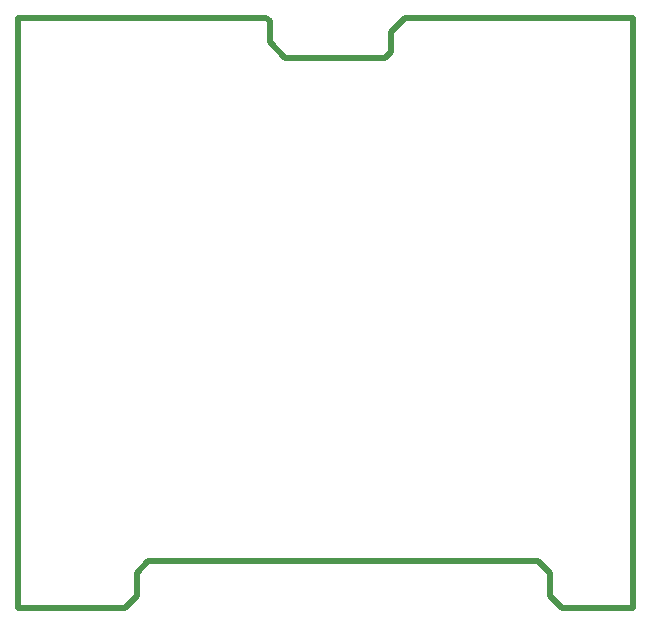
<source format=gbr>
G04 ================== begin FILE IDENTIFICATION RECORD ==================*
G04 Layout Name:  STEVAL-STLCX01V1.brd*
G04 Film Name:    STEVAL-STLCX01V1-15ASB.GBR*
G04 File Format:  Gerber RS274X*
G04 File Origin:  Cadence Allegro 16.5-P002*
G04 Origin Date:  Mon May 16 11:09:18 2016*
G04 *
G04 Layer:  REF DES/ASSEMBLY_BOTTOM*
G04 Layer:  PACKAGE GEOMETRY/ASSEMBLY_BOTTOM*
G04 Layer:  BOARD GEOMETRY/TOOLING_CORNERS*
G04 *
G04 Offset:    (0.0000 0.0000)*
G04 Mirror:    No*
G04 Mode:      Positive*
G04 Rotation:  0*
G04 FullContactRelief:  No*
G04 UndefLineWidth:     0.1000*
G04 ================== end FILE IDENTIFICATION RECORD ====================*
%FSLAX25Y25*MOMM*%
%IR0*IPPOS*OFA0.00000B0.00000*MIA0B0*SFA1.00000B1.00000*%
%ADD10C,.5*%
G75*
%LPD*%
G75*
G54D10*
G01X5200000Y0D02*
Y5000000D01*
X3270000D01*
X3150000Y4880000D01*
Y4710000D01*
X3100000Y4660000D01*
X2260000D01*
X2130000Y4790000D01*
Y4970000D01*
X2100000Y5000000D01*
X0D01*
Y0D01*
X900000D01*
X1000000Y100000D01*
Y300000D01*
X1100000Y400000D01*
X4400000D01*
X4500000Y300000D01*
Y100000D01*
X4600000Y0D01*
X5200000D01*
M02*

</source>
